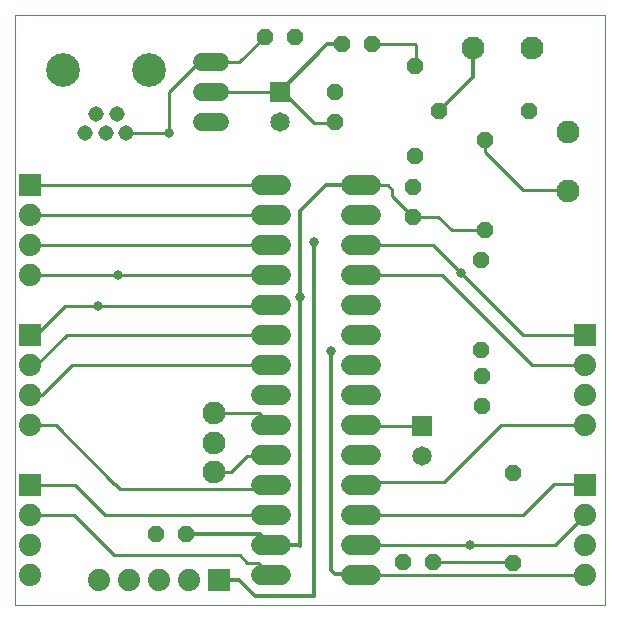
<source format=gtl>
G75*
G70*
%OFA0B0*%
%FSLAX24Y24*%
%IPPOS*%
%LPD*%
%AMOC8*
5,1,8,0,0,1.08239X$1,22.5*
%
%ADD10C,0.0000*%
%ADD11R,0.0740X0.0740*%
%ADD12C,0.0740*%
%ADD13C,0.0650*%
%ADD14C,0.0515*%
%ADD15C,0.1122*%
%ADD16C,0.0600*%
%ADD17R,0.0650X0.0650*%
%ADD18C,0.0650*%
%ADD19OC8,0.0520*%
%ADD20C,0.0760*%
%ADD21C,0.0100*%
%ADD22C,0.0120*%
%ADD23C,0.0317*%
D10*
X000151Y000101D02*
X000151Y019786D01*
X019836Y019786D01*
X019836Y000101D01*
X000151Y000101D01*
D11*
X000651Y004101D03*
X006950Y000947D03*
X019151Y004101D03*
X019151Y009101D03*
X000651Y009101D03*
X000651Y014101D03*
D12*
X000651Y013101D03*
X000651Y012101D03*
X000651Y011101D03*
X000651Y008101D03*
X000651Y007101D03*
X000651Y006101D03*
X000651Y003101D03*
X000651Y002101D03*
X000651Y001101D03*
X002950Y000947D03*
X003950Y000947D03*
X004950Y000947D03*
X005950Y000947D03*
X019151Y001101D03*
X019151Y002101D03*
X019151Y003101D03*
X019151Y006101D03*
X019151Y007101D03*
X019151Y008101D03*
D13*
X012015Y008101D02*
X011366Y008101D01*
X011366Y009101D02*
X012015Y009101D01*
X012015Y010101D02*
X011366Y010101D01*
X011366Y011101D02*
X012015Y011101D01*
X012015Y012101D02*
X011366Y012101D01*
X011366Y013101D02*
X012015Y013101D01*
X012015Y014101D02*
X011366Y014101D01*
X009015Y014101D02*
X008366Y014101D01*
X008366Y013101D02*
X009015Y013101D01*
X009015Y012101D02*
X008366Y012101D01*
X008366Y011101D02*
X009015Y011101D01*
X009015Y010101D02*
X008366Y010101D01*
X008366Y009101D02*
X009015Y009101D01*
X009015Y008101D02*
X008366Y008101D01*
X008366Y007101D02*
X009015Y007101D01*
X009015Y006101D02*
X008366Y006101D01*
X008366Y005101D02*
X009015Y005101D01*
X009015Y004101D02*
X008366Y004101D01*
X008366Y003101D02*
X009015Y003101D01*
X009015Y002101D02*
X008366Y002101D01*
X008366Y001101D02*
X009015Y001101D01*
X011366Y001101D02*
X012015Y001101D01*
X012015Y002101D02*
X011366Y002101D01*
X011366Y003101D02*
X012015Y003101D01*
X012015Y004101D02*
X011366Y004101D01*
X011366Y005101D02*
X012015Y005101D01*
X012015Y006101D02*
X011366Y006101D01*
X011366Y007101D02*
X012015Y007101D01*
D14*
X003861Y015843D03*
X003191Y015843D03*
X002491Y015843D03*
X002861Y016463D03*
X003551Y016463D03*
D15*
X004628Y017943D03*
X001754Y017943D03*
D16*
X006387Y018195D02*
X006987Y018195D01*
X006987Y017195D02*
X006387Y017195D01*
X006387Y016195D02*
X006987Y016195D01*
D17*
X008978Y017207D03*
X013730Y006073D03*
D18*
X013730Y005073D03*
X008978Y016207D03*
D19*
X010817Y016195D03*
X010817Y017195D03*
X011053Y018802D03*
X012053Y018802D03*
X013498Y018077D03*
X014297Y016577D03*
X015832Y015617D03*
X017297Y016577D03*
X013498Y015077D03*
X013435Y014046D03*
X013435Y013046D03*
X015691Y011613D03*
X015832Y012617D03*
X015691Y008613D03*
X015710Y007735D03*
X015710Y006735D03*
X016754Y004494D03*
X016754Y001494D03*
X014108Y001526D03*
X013108Y001526D03*
X005852Y002461D03*
X004852Y002461D03*
X008486Y019057D03*
X009486Y019057D03*
D20*
X015423Y018676D03*
X017391Y018676D03*
X018584Y015884D03*
X018584Y013916D03*
X006801Y006502D03*
X006801Y005518D03*
X006801Y004534D03*
D21*
X007354Y004534D01*
X007906Y005086D01*
X008676Y005086D01*
X008691Y005101D01*
X008655Y004137D02*
X008691Y004101D01*
X008549Y003959D01*
X003655Y003959D01*
X003478Y004137D01*
X003475Y004137D01*
X001511Y006101D01*
X000651Y006101D01*
X000651Y007101D02*
X001058Y007101D01*
X002050Y008093D01*
X008683Y008093D01*
X008691Y008101D01*
X008691Y009101D02*
X008669Y009122D01*
X001892Y009122D01*
X000871Y008101D01*
X000651Y008101D01*
X000651Y009101D02*
X000842Y009101D01*
X001813Y010072D01*
X002921Y010072D01*
X008661Y010072D01*
X008691Y010101D01*
X008691Y011101D02*
X000651Y011101D01*
X000651Y012101D02*
X008691Y012101D01*
X008691Y013101D02*
X000651Y013101D01*
X000651Y014101D02*
X008691Y014101D01*
X011691Y014101D02*
X012582Y014101D01*
X012733Y013949D01*
X012733Y013747D01*
X013435Y013046D01*
X014270Y013046D01*
X014712Y012604D01*
X015820Y012604D01*
X015832Y012617D01*
X015028Y011180D02*
X014107Y012101D01*
X011691Y012101D01*
X011691Y011101D02*
X014395Y011101D01*
X017402Y008093D01*
X019144Y008093D01*
X019151Y008101D01*
X019151Y009101D02*
X019130Y009122D01*
X017086Y009122D01*
X015028Y011180D01*
X018551Y013949D02*
X018584Y013916D01*
X018551Y013949D02*
X017086Y013949D01*
X015832Y015203D01*
X015832Y015617D01*
X013498Y018077D02*
X013525Y018104D01*
X013525Y018776D01*
X013500Y018802D01*
X012053Y018802D01*
X010122Y016165D02*
X009080Y017207D01*
X008978Y017207D01*
X008966Y017195D01*
X006687Y017195D01*
X006687Y018195D02*
X006296Y018195D01*
X005295Y017194D01*
X005295Y015848D01*
X003866Y015848D01*
X003861Y015843D01*
X006687Y018195D02*
X007624Y018195D01*
X008486Y019057D01*
X010122Y016165D02*
X010786Y016165D01*
X010817Y016195D01*
X008289Y006502D02*
X006801Y006502D01*
X008289Y006502D02*
X008691Y006101D01*
X011691Y006101D02*
X011718Y006073D01*
X013730Y006073D01*
X014474Y004216D02*
X011806Y004216D01*
X011691Y004101D01*
X011691Y003101D02*
X017079Y003101D01*
X018115Y004137D01*
X019115Y004137D01*
X019151Y004101D01*
X019151Y003101D02*
X018151Y002101D01*
X011691Y002101D01*
X011691Y001101D02*
X019151Y001101D01*
X016754Y001494D02*
X016722Y001526D01*
X014108Y001526D01*
X014474Y004216D02*
X016359Y006101D01*
X019151Y006101D01*
X008691Y003101D02*
X008683Y003108D01*
X003158Y003108D01*
X002165Y004101D01*
X000651Y004101D01*
X000651Y003101D02*
X002137Y003101D01*
X003475Y001763D01*
X007669Y001763D01*
X007906Y001525D01*
X008266Y001525D01*
X008691Y001101D01*
D22*
X008144Y000417D02*
X010122Y000417D01*
X010122Y012208D01*
X009647Y013237D02*
X010511Y014101D01*
X011691Y014101D01*
X009647Y013237D02*
X009647Y010388D01*
X009647Y002079D01*
X009626Y002101D01*
X008691Y002101D01*
X008330Y002461D01*
X005852Y002461D01*
X006950Y000947D02*
X007614Y000947D01*
X008144Y000417D01*
X010676Y001288D02*
X010834Y001130D01*
X011662Y001130D01*
X011691Y001101D01*
X010676Y001288D02*
X010676Y008568D01*
X014297Y016577D02*
X015423Y017703D01*
X015423Y018676D01*
X011053Y018802D02*
X010572Y018802D01*
X008978Y017207D01*
D23*
X005295Y015848D03*
X010122Y012208D03*
X009647Y010388D03*
X010676Y008568D03*
X015028Y011180D03*
X003606Y011095D03*
X002921Y010072D03*
X015309Y002109D03*
M02*

</source>
